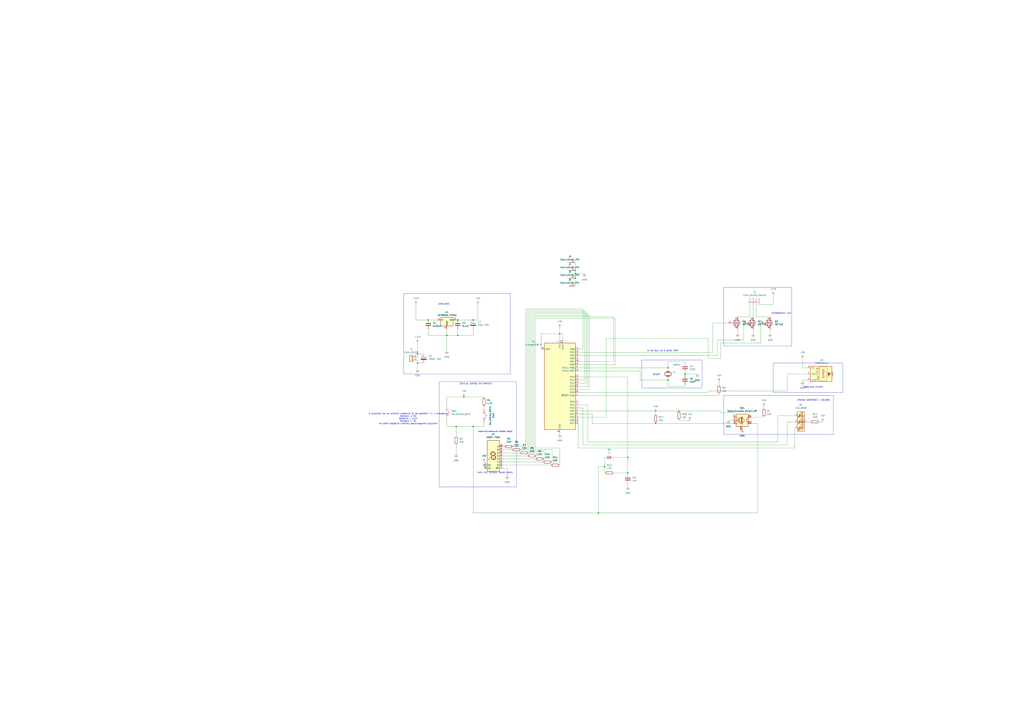
<source format=kicad_sch>
(kicad_sch (version 20231120) (generator "eeschema") (generator_version "8.0")
  (paper "A1")
  (lib_symbols
    (symbol "Connector:Conn_01x01_Pin" (pin_names (offset 1.016) hide)
      (property "Reference" "J" (at 0 2.54 0))
      (property "Value" "Conn_01x01_Pin" (at 0 -2.54 0))
      (symbol "Conn_01x01_Pin_1_1"
        (pin passive line (at 5.08 0 180) (length 3.81) (name "Pin_1") (number "1"))
      )
    )
    (symbol "Connector:Conn_01x04_Socket" (pin_names (offset 1.016) hide)
      (property "Reference" "J" (at 0 5.08 0))
      (property "Value" "Conn_01x04_Socket" (at 0 -7.62 0))
      (symbol "Conn_01x04_Socket_1_1"
        (pin passive line (at -5.08 2.54 0) (length 3.81) (name "Pin_1") (number "1"))
        (pin passive line (at -5.08 0 0) (length 3.81) (name "Pin_2") (number "2"))
        (pin passive line (at -5.08 -2.54 0) (length 3.81) (name "Pin_3") (number "3"))
        (pin passive line (at -5.08 -5.08 0) (length 3.81) (name "Pin_4") (number "4"))
      )
    )
    (symbol "Connector_Generic:Conn_01x02" (pin_names (offset 1.016) hide)
      (property "Reference" "J" (at 0 2.54 0))
      (property "Value" "Conn_01x02" (at 0 -5.08 0))
      (symbol "Conn_01x02_1_1"
        (pin passive line (at -5.08 0 0) (length 3.81) (name "Pin_1") (number "1"))
        (pin passive line (at -5.08 -2.54 0) (length 3.81) (name "Pin_2") (number "2"))
      )
    )
    (symbol "Device:C" (pin_numbers hide) (pin_names (offset 0.254))
      (property "Reference" "C" (at 0.635 2.54 0))
      (property "Value" "C" (at 0.635 -2.54 0))
      (symbol "C_1_1"
        (pin passive line (at 0 3.81 270) (length 2.794) (name "~") (number "1"))
        (pin passive line (at 0 -3.81 90) (length 2.794) (name "~") (number "2"))
      )
    )
    (symbol "Device:C_Polarized" (pin_numbers hide) (pin_names (offset 0.254))
      (property "Reference" "C" (at 0.635 2.54 0))
      (property "Value" "C_Polarized" (at 0.635 -2.54 0))
      (symbol "C_Polarized_1_1"
        (pin passive line (at 0 3.81 270) (length 2.794) (name "~") (number "1"))
        (pin passive line (at 0 -3.81 90) (length 2.794) (name "~") (number "2"))
      )
    )
    (symbol "Device:Crystal" (pin_numbers hide) (pin_names (offset 1.016) hide)
      (property "Reference" "Y" (at 0 3.81 0))
      (property "Value" "Crystal" (at 0 -3.81 0))
      (symbol "Crystal_1_1"
        (pin passive line (at -3.81 0 0) (length 1.27) (name "1") (number "1"))
        (pin passive line (at 3.81 0 180) (length 1.27) (name "2") (number "2"))
      )
    )
    (symbol "Device:D" (pin_numbers hide) (pin_names (offset 1.016) hide)
      (property "Reference" "D" (at 0 2.54 0))
      (property "Value" "D" (at 0 -2.54 0))
      (symbol "D_1_1"
        (pin passive line (at -3.81 0 0) (length 2.54) (name "K") (number "1"))
        (pin passive line (at 3.81 0 180) (length 2.54) (name "A") (number "2"))
      )
    )
    (symbol "Device:LED_ARGB" (pin_names (offset 0) hide)
      (property "Reference" "D" (at 0 9.398 0))
      (property "Value" "LED_ARGB" (at 0 -8.89 0))
      (symbol "LED_ARGB_0_0"
        (text "B" (at -1.905 -6.35 0) (effects (font (size 1.27 1.27))))
        (text "G" (at -1.905 -1.27 0) (effects (font (size 1.27 1.27))))
        (text "R" (at -1.905 3.81 0) (effects (font (size 1.27 1.27))))
      )
      (symbol "LED_ARGB_1_1"
        (pin passive line (at 5.08 0 180) (length 2.54) (name "A") (number "1"))
        (pin passive line (at -5.08 5.08 0) (length 2.54) (name "RK") (number "2"))
        (pin passive line (at -5.08 0 0) (length 2.54) (name "GK") (number "3"))
        (pin passive line (at -5.08 -5.08 0) (length 2.54) (name "BK") (number "4"))
      )
    )
    (symbol "Device:R" (pin_numbers hide) (pin_names (offset 0))
      (property "Reference" "R" (at 2.032 0 90))
      (property "Value" "R" (at 0 0 90))
      (symbol "R_1_1"
        (pin passive line (at 0 3.81 270) (length 1.27) (name "~") (number "1"))
        (pin passive line (at 0 -3.81 90) (length 1.27) (name "~") (number "2"))
      )
    )
    (symbol "Device:RotaryEncoder_Switch_MP" (pin_names (offset 0.254) hide)
      (property "Reference" "SW" (at 0 8.89 0))
      (property "Value" "RotaryEncoder_Switch_MP" (at 0 6.35 0))
      (symbol "RotaryEncoder_Switch_MP_1_1"
        (pin passive line (at -7.62 2.54 0) (length 2.54) (name "A") (number "A"))
        (pin passive line (at -7.62 -2.54 0) (length 2.54) (name "B") (number "B"))
        (pin passive line (at -7.62 0 0) (length 2.54) (name "C") (number "C"))
        (pin passive line (at 0 -7.62 90) (length 2.54) (name "MP") (number "MP"))
        (pin passive line (at 7.62 2.54 180) (length 2.54) (name "S1") (number "S1"))
        (pin passive line (at 7.62 -2.54 180) (length 2.54) (name "S2") (number "S2"))
      )
    )
    (symbol "Display_Character:HDSP-7501"
      (property "Reference" "U" (at -3.81 13.97 0))
      (property "Value" "HDSP-7501" (at 6.35 13.97 0))
      (symbol "HDSP-7501_1_0"
        (text "A" (at 0.254 2.413 0) (effects (font (size 0.508 0.508))))
        (text "B" (at 2.54 1.651 0) (effects (font (size 0.508 0.508))))
        (text "C" (at 2.286 -1.397 0) (effects (font (size 0.508 0.508))))
        (text "D" (at -0.254 -2.159 0) (effects (font (size 0.508 0.508))))
        (text "DP" (at 3.556 -2.921 0) (effects (font (size 0.508 0.508))))
        (text "E" (at -2.54 -1.397 0) (effects (font (size 0.508 0.508))))
        (text "F" (at -2.286 1.651 0) (effects (font (size 0.508 0.508))))
        (text "G" (at 0 0.889 0) (effects (font (size 0.508 0.508))))
      )
      (symbol "HDSP-7501_1_1"
        (pin input line (at 7.62 -7.62 180) (length 2.54) (name "CA") (number "1"))
        (pin input line (at -7.62 7.62 0) (length 2.54) (name "A") (number "10"))
        (pin input line (at -7.62 -5.08 0) (length 2.54) (name "F") (number "2"))
        (pin input line (at -7.62 -7.62 0) (length 2.54) (name "G") (number "3"))
        (pin input line (at -7.62 -2.54 0) (length 2.54) (name "E") (number "4"))
        (pin input line (at -7.62 0 0) (length 2.54) (name "D") (number "5"))
        (pin input line (at 7.62 -10.16 180) (length 2.54) (name "CA") (number "6"))
        (pin input line (at -7.62 -10.16 0) (length 2.54) (name "DP") (number "7"))
        (pin input line (at -7.62 2.54 0) (length 2.54) (name "C") (number "8"))
        (pin input line (at -7.62 5.08 0) (length 2.54) (name "B") (number "9"))
      )
    )
    (symbol "Interface_Optical:TSOP531xx" (pin_names (offset 1.016))
      (property "Reference" "U" (at -10.16 7.62 0))
      (property "Value" "TSOP531xx" (at -10.16 -7.62 0))
      (symbol "TSOP531xx_0_0"
        (text "DEMOD" (at -3.175 0.254 900) (effects (font (size 1.524 1.524))))
      )
      (symbol "TSOP531xx_1_1"
        (pin output line (at 10.16 0 180) (length 2.54) (name "OUT") (number "1"))
        (pin power_in line (at 10.16 -5.08 180) (length 2.54) (name "GND") (number "2"))
        (pin power_in line (at 10.16 5.08 180) (length 2.54) (name "Vs") (number "3"))
      )
    )
    (symbol "MCU_Microchip_ATmega:ATmega328-P"
      (property "Reference" "U" (at -12.7 36.83 0))
      (property "Value" "ATmega328-P" (at 2.54 -36.83 0))
      (symbol "ATmega328-P_1_1"
        (pin bidirectional line (at 15.24 -7.62 180) (length 2.54) (name "~{RESET}/PC6") (number "1"))
        (pin bidirectional line (at 15.24 12.7 180) (length 2.54) (name "XTAL2/PB7") (number "10"))
        (pin bidirectional line (at 15.24 -25.4 180) (length 2.54) (name "PD5") (number "11"))
        (pin bidirectional line (at 15.24 -27.94 180) (length 2.54) (name "PD6") (number "12"))
        (pin bidirectional line (at 15.24 -30.48 180) (length 2.54) (name "PD7") (number "13"))
        (pin bidirectional line (at 15.24 30.48 180) (length 2.54) (name "PB0") (number "14"))
        (pin bidirectional line (at 15.24 27.94 180) (length 2.54) (name "PB1") (number "15"))
        (pin bidirectional line (at 15.24 25.4 180) (length 2.54) (name "PB2") (number "16"))
        (pin bidirectional line (at 15.24 22.86 180) (length 2.54) (name "PB3") (number "17"))
        (pin bidirectional line (at 15.24 20.32 180) (length 2.54) (name "PB4") (number "18"))
        (pin bidirectional line (at 15.24 17.78 180) (length 2.54) (name "PB5") (number "19"))
        (pin bidirectional line (at 15.24 -12.7 180) (length 2.54) (name "PD0") (number "2"))
        (pin power_in line (at 2.54 38.1 270) (length 2.54) (name "AVCC") (number "20"))
        (pin passive line (at -15.24 30.48 0) (length 2.54) (name "AREF") (number "21"))
        (pin passive line (at 0 -38.1 90) (length 2.54) hide (name "GND") (number "22"))
        (pin bidirectional line (at 15.24 7.62 180) (length 2.54) (name "PC0") (number "23"))
        (pin bidirectional line (at 15.24 5.08 180) (length 2.54) (name "PC1") (number "24"))
        (pin bidirectional line (at 15.24 2.54 180) (length 2.54) (name "PC2") (number "25"))
        (pin bidirectional line (at 15.24 0 180) (length 2.54) (name "PC3") (number "26"))
        (pin bidirectional line (at 15.24 -2.54 180) (length 2.54) (name "PC4") (number "27"))
        (pin bidirectional line (at 15.24 -5.08 180) (length 2.54) (name "PC5") (number "28"))
        (pin bidirectional line (at 15.24 -15.24 180) (length 2.54) (name "PD1") (number "3"))
        (pin bidirectional line (at 15.24 -17.78 180) (length 2.54) (name "PD2") (number "4"))
        (pin bidirectional line (at 15.24 -20.32 180) (length 2.54) (name "PD3") (number "5"))
        (pin bidirectional line (at 15.24 -22.86 180) (length 2.54) (name "PD4") (number "6"))
        (pin power_in line (at 0 38.1 270) (length 2.54) (name "VCC") (number "7"))
        (pin power_in line (at 0 -38.1 90) (length 2.54) (name "GND") (number "8"))
        (pin bidirectional line (at 15.24 15.24 180) (length 2.54) (name "XTAL1/PB6") (number "9"))
      )
    )
    (symbol "Regulator_Linear:LM78M05_TO252" (pin_names (offset 0.254))
      (property "Reference" "U" (at -3.81 3.175 0))
      (property "Value" "LM78M05_TO252" (at 0 3.175 0))
      (symbol "LM78M05_TO252_1_1"
        (pin power_in line (at -7.62 0 0) (length 2.54) (name "VI") (number "1"))
        (pin power_in line (at 0 -7.62 90) (length 2.54) (name "GND") (number "2"))
        (pin power_out line (at 7.62 0 180) (length 2.54) (name "VO") (number "3"))
      )
    )
    (symbol "Switch:SW_Omron_B3FS" (pin_numbers hide) (pin_names (offset 1.016) hide)
      (property "Reference" "SW" (at 1.27 2.54 0))
      (property "Value" "SW_Omron_B3FS" (at 0 -1.524 0))
      (symbol "SW_Omron_B3FS_0_1"
        (pin passive line (at -5.08 0 0) (length 2.54) (name "1") (number "1"))
        (pin passive line (at 5.08 0 180) (length 2.54) (name "2") (number "2"))
      )
    )
    (symbol "Transistor_FET:IRF740" (pin_names hide)
      (property "Reference" "Q" (at 5.08 1.905 0))
      (property "Value" "IRF740" (at 5.08 0 0))
      (symbol "IRF740_1_1"
        (pin input line (at -5.08 0 0) (length 2.54) (name "G") (number "1"))
        (pin passive line (at 2.54 5.08 270) (length 2.54) (name "D") (number "2"))
        (pin passive line (at 2.54 -5.08 90) (length 2.54) (name "S") (number "3"))
      )
    )
    (symbol "power:+12V" (power) (pin_numbers hide) (pin_names (offset 0) hide)
      (property "Value" "+12V" (at 0 3.556 0))
      (symbol "+12V_1_1"
        (pin power_in line (at 0 0 90) (length 0) (name "~") (number "1"))
      )
    )
    (symbol "power:+5V" (power) (pin_numbers hide) (pin_names (offset 0) hide)
      (property "Value" "+5V" (at 0 3.556 0))
      (symbol "+5V_1_1"
        (pin power_in line (at 0 0 90) (length 0) (name "~") (number "1"))
      )
    )
    (symbol "power:GND" (power) (pin_numbers hide) (pin_names (offset 0) hide)
      (property "Value" "GND" (at 0 -3.81 0))
      (symbol "GND_1_1"
        (pin power_in line (at 0 0 270) (length 0) (name "~") (number "1"))
      )
    )
  )
  (junction (at 472.44 228.6))
  (junction (at 496.57 383.54))
  (junction (at 397.51 382.27))
  (junction (at 342.9 290.83))
  (junction (at 459.74 274.32))
  (junction (at 388.62 262.89))
  (junction (at 491.49 421.64))
  (junction (at 351.79 262.89))
  (junction (at 538.48 347.98))
  (junction (at 472.44 222.25))
  (junction (at 381 326.39))
  (junction (at 374.65 350.52))
  (junction (at 548.64 302.26))
  (junction (at 515.62 388.62))
  (junction (at 375.92 262.89))
  (junction (at 388.62 350.52))
  (junction (at 557.53 337.82))
  (junction (at 472.44 224.79))
  (junction (at 515.62 375.92))
  (junction (at 375.92 275.59))
  (junction (at 342.9 298.45))
  (junction (at 548.64 312.42))
  (junction (at 562.61 307.34))
  (junction (at 367.03 275.59))
  (wire (pts (xy 462.28 274.32) (xy 459.74 274.32)))
  (wire (pts (xy 351.79 275.59) (xy 367.03 275.59)))
  (wire (pts (xy 439.42 261.62) (xy 505.46 261.62)))
  (wire (pts (xy 452.12 382.27) (xy 412.75 382.27)))
  (wire (pts (xy 585.47 265.43) (xy 585.47 289.56)))
  (wire (pts (xy 474.98 325.12) (xy 590.55 325.12)))
  (wire (pts (xy 342.9 303.53) (xy 342.9 298.45)))
  (wire (pts (xy 478.79 254) (xy 478.79 287.02)))
  (wire (pts (xy 351.79 270.51) (xy 351.79 275.59)))
  (wire (pts (xy 388.62 421.64) (xy 491.49 421.64)))
  (wire (pts (xy 431.8 367.03) (xy 431.8 254)))
  (wire (pts (xy 459.74 269.24) (xy 459.74 274.32)))
  (wire (pts (xy 659.13 312.42) (xy 662.94 312.42)))
  (wire (pts (xy 496.57 383.54) (xy 491.49 383.54)))
  (wire (pts (xy 673.1 346.71) (xy 675.64 346.71)))
  (wire (pts (xy 610.87 279.4) (xy 610.87 265.43)))
  (wire (pts (xy 646.43 365.76) (xy 478.79 365.76)))
  (wire (pts (xy 367.03 270.51) (xy 367.03 275.59)))
  (wire (pts (xy 440.69 372.11) (xy 435.61 372.11)))
  (wire (pts (xy 590.55 323.85) (xy 590.55 325.12)))
  (wire (pts (xy 481.33 314.96) (xy 474.98 314.96)))
  (wire (pts (xy 474.98 337.82) (xy 557.53 337.82)))
  (wire (pts (xy 472.44 222.25) (xy 472.44 224.79)))
  (wire (pts (xy 548.64 317.5) (xy 562.61 317.5)))
  (wire (pts (xy 486.41 340.36) (xy 474.98 340.36)))
  (wire (pts (xy 472.44 215.9) (xy 472.44 222.25)))
  (wire (pts (xy 585.47 265.43) (xy 598.17 265.43)))
  (wire (pts (xy 367.03 326.39) (xy 381 326.39)))
  (wire (pts (xy 438.15 369.57) (xy 453.39 369.57)))
  (wire (pts (xy 480.06 312.42) (xy 474.98 312.42)))
  (wire (pts (xy 397.51 382.27) (xy 397.51 384.81)))
  (wire (pts (xy 426.72 372.11) (xy 412.75 372.11)))
  (wire (pts (xy 342.9 298.45) (xy 347.98 298.45)))
  (wire (pts (xy 618.49 274.32) (xy 618.49 270.51)))
  (wire (pts (xy 397.51 334.01) (xy 397.51 336.55)))
  (wire (pts (xy 665.48 346.71) (xy 662.94 346.71)))
  (wire (pts (xy 525.78 312.42) (xy 548.64 312.42)))
  (wire (pts (xy 581.66 321.31) (xy 646.43 321.31)))
  (wire (pts (xy 557.53 345.44) (xy 566.42 345.44)))
  (wire (pts (xy 474.98 309.88) (xy 515.62 309.88)))
  (wire (pts (xy 617.22 347.98) (xy 622.3 347.98)))
  (wire (pts (xy 392.43 250.19) (xy 392.43 262.89)))
  (wire (pts (xy 562.61 308.61) (xy 562.61 307.34)))
  (wire (pts (xy 474.98 368.3) (xy 474.98 347.98)))
  (wire (pts (xy 548.64 311.15) (xy 548.64 312.42)))
  (wire (pts (xy 617.22 342.9) (xy 627.38 342.9)))
  (wire (pts (xy 482.6 363.22) (xy 482.6 332.74)))
  (wire (pts (xy 646.43 307.34) (xy 662.94 307.34)))
  (wire (pts (xy 440.69 374.65) (xy 440.69 372.11)))
  (wire (pts (xy 591.82 337.82) (xy 557.53 337.82)))
  (wire (pts (xy 433.07 374.65) (xy 412.75 374.65)))
  (wire (pts (xy 434.34 256.54) (xy 481.33 256.54)))
  (wire (pts (xy 459.74 274.32) (xy 459.74 279.4)))
  (wire (pts (xy 388.62 350.52) (xy 374.65 350.52)))
  (wire (pts (xy 646.43 346.71) (xy 646.43 365.76)))
  (wire (pts (xy 621.03 260.35) (xy 621.03 250.19)))
  (wire (pts (xy 562.61 307.34) (xy 572.77 307.34)))
  (wire (pts (xy 548.64 297.18) (xy 562.61 297.18)))
  (wire (pts (xy 632.46 274.32) (xy 632.46 270.51)))
  (wire (pts (xy 474.98 302.26) (xy 548.64 302.26)))
  (wire (pts (xy 342.9 298.45) (xy 342.9 295.91)))
  (wire (pts (xy 374.65 373.38) (xy 374.65 365.76)))
  (wire (pts (xy 548.64 297.18) (xy 548.64 302.26)))
  (wire (pts (xy 367.03 344.17) (xy 367.03 350.52)))
  (wire (pts (xy 590.55 313.69) (xy 590.55 316.23)))
  (wire (pts (xy 515.62 389.89) (xy 515.62 388.62)))
  (wire (pts (xy 605.79 260.35) (xy 615.95 260.35)))
  (wire (pts (xy 482.6 332.74) (xy 474.98 332.74)))
  (wire (pts (xy 646.43 307.34) (xy 646.43 321.31)))
  (wire (pts (xy 421.64 367.03) (xy 431.8 367.03)))
  (wire (pts (xy 659.13 294.64) (xy 659.13 302.26)))
  (wire (pts (xy 435.61 257.81) (xy 482.6 257.81)))
  (wire (pts (xy 436.88 259.08) (xy 483.87 259.08)))
  (wire (pts (xy 375.92 275.59) (xy 375.92 270.51)))
  (wire (pts (xy 397.51 350.52) (xy 388.62 350.52)))
  (wire (pts (xy 439.42 377.19) (xy 412.75 377.19)))
  (wire (pts (xy 591.82 281.94) (xy 624.84 281.94)))
  (wire (pts (xy 491.49 383.54) (xy 491.49 421.64)))
  (wire (pts (xy 459.74 355.6) (xy 459.74 356.87)))
  (wire (pts (xy 478.79 287.02) (xy 474.98 287.02)))
  (wire (pts (xy 416.56 391.16) (xy 416.56 384.81)))
  (wire (pts (xy 486.41 347.98) (xy 486.41 340.36)))
  (wire (pts (xy 591.82 294.64) (xy 591.82 281.94)))
  (wire (pts (xy 438.15 260.35) (xy 438.15 369.57)))
  (wire (pts (xy 497.84 278.13) (xy 581.66 278.13)))
  (wire (pts (xy 341.63 250.19) (xy 341.63 262.89)))
  (wire (pts (xy 581.66 294.64) (xy 591.82 294.64)))
  (wire (pts (xy 388.62 421.64) (xy 388.62 350.52)))
  (wire (pts (xy 439.42 368.3) (xy 459.74 368.3)))
  (wire (pts (xy 381 326.39) (xy 397.51 326.39)))
  (wire (pts (xy 548.64 312.42) (xy 548.64 317.5)))
  (wire (pts (xy 367.03 275.59) (xy 375.92 275.59)))
  (wire (pts (xy 623.57 250.19) (xy 635 250.19)))
  (wire (pts (xy 397.51 346.71) (xy 397.51 350.52)))
  (wire (pts (xy 436.88 370.84) (xy 447.04 370.84)))
  (wire (pts (xy 367.03 350.52) (xy 374.65 350.52)))
  (wire (pts (xy 482.6 363.22) (xy 638.81 363.22)))
  (wire (pts (xy 397.51 379.73) (xy 397.51 382.27)))
  (wire (pts (xy 433.07 369.57) (xy 433.07 255.27)))
  (wire (pts (xy 342.9 290.83) (xy 347.98 290.83)))
  (wire (pts (xy 342.9 290.83) (xy 342.9 293.37)))
  (wire (pts (xy 480.06 255.27) (xy 480.06 312.42)))
  (wire (pts (xy 445.77 379.73) (xy 412.75 379.73)))
  (wire (pts (xy 618.49 250.19) (xy 618.49 260.35)))
  (wire (pts (xy 601.98 339.09) (xy 601.98 342.9)))
  (wire (pts (xy 482.6 257.81) (xy 482.6 317.5)))
  (wire (pts (xy 589.28 279.4) (xy 610.87 279.4)))
  (wire (pts (xy 427.99 369.57) (xy 433.07 369.57)))
  (wire (pts (xy 474.98 304.8) (xy 525.78 304.8)))
  (wire (pts (xy 367.03 275.59) (xy 367.03 288.29)))
  (wire (pts (xy 412.75 367.03) (xy 414.02 367.03)))
  (wire (pts (xy 474.98 289.56) (xy 585.47 289.56)))
  (wire (pts (xy 375.92 275.59) (xy 388.62 275.59)))
  (wire (pts (xy 624.84 281.94) (xy 624.84 265.43)))
  (wire (pts (xy 444.5 274.32) (xy 459.74 274.32)))
  (wire (pts (xy 342.9 281.94) (xy 342.9 290.83)))
  (wire (pts (xy 444.5 287.02) (xy 444.5 274.32)))
  (wire (pts (xy 435.61 257.81) (xy 435.61 372.11)))
  (wire (pts (xy 367.03 334.01) (xy 367.03 326.39)))
  (wire (pts (xy 434.34 372.11) (xy 434.34 256.54)))
  (wire (pts (xy 388.62 262.89) (xy 392.43 262.89)))
  (wire (pts (xy 515.62 400.05) (xy 515.62 397.51)))
  (wire (pts (xy 472.44 224.79) (xy 480.06 224.79)))
  (wire (pts (xy 472.44 228.6) (xy 472.44 234.95)))
  (wire (pts (xy 482.6 317.5) (xy 474.98 317.5)))
  (wire (pts (xy 605.79 274.32) (xy 605.79 270.51)))
  (wire (pts (xy 416.56 384.81) (xy 412.75 384.81)))
  (wire (pts (xy 388.62 270.51) (xy 388.62 275.59)))
  (wire (pts (xy 548.64 302.26) (xy 548.64 303.53)))
  (wire (pts (xy 615.95 260.35) (xy 615.95 250.19)))
  (wire (pts (xy 431.8 254) (xy 478.79 254)))
  (wire (pts (xy 538.48 339.09) (xy 538.48 340.36)))
  (wire (pts (xy 447.04 370.84) (xy 447.04 377.19)))
  (wire (pts (xy 433.07 255.27) (xy 480.06 255.27)))
  (wire (pts (xy 420.37 369.57) (xy 412.75 369.57)))
  (wire (pts (xy 504.19 297.18) (xy 474.98 297.18)))
  (wire (pts (xy 474.98 342.9) (xy 497.84 342.9)))
  (wire (pts (xy 438.15 260.35) (xy 504.19 260.35)))
  (wire (pts (xy 515.62 375.92) (xy 515.62 309.88)))
  (wire (pts (xy 622.3 347.98) (xy 622.3 421.64)))
  (wire (pts (xy 562.61 297.18) (xy 562.61 298.45)))
  (wire (pts (xy 601.98 347.98) (xy 538.48 347.98)))
  (wire (pts (xy 474.98 368.3) (xy 652.78 368.3)))
  (wire (pts (xy 459.74 368.3) (xy 459.74 382.27)))
  (wire (pts (xy 496.57 383.54) (xy 496.57 388.62)))
  (wire (pts (xy 483.87 259.08) (xy 483.87 320.04)))
  (wire (pts (xy 638.81 341.63) (xy 652.78 341.63)))
  (wire (pts (xy 478.79 335.28) (xy 474.98 335.28)))
  (wire (pts (xy 515.62 375.92) (xy 504.19 375.92)))
  (wire (pts (xy 505.46 261.62) (xy 505.46 299.72)))
  (wire (pts (xy 496.57 375.92) (xy 496.57 383.54)))
  (wire (pts (xy 659.13 302.26) (xy 662.94 302.26)))
  (wire (pts (xy 505.46 299.72) (xy 474.98 299.72)))
  (wire (pts (xy 439.42 261.62) (xy 439.42 368.3)))
  (wire (pts (xy 462.28 279.4) (xy 462.28 274.32)))
  (wire (pts (xy 627.38 335.28) (xy 627.38 334.01)))
  (wire (pts (xy 375.92 262.89) (xy 388.62 262.89)))
  (wire (pts (xy 478.79 335.28) (xy 478.79 365.76)))
  (wire (pts (xy 638.81 363.22) (xy 638.81 341.63)))
  (wire (pts (xy 562.61 317.5) (xy 562.61 316.23)))
  (wire (pts (xy 483.87 320.04) (xy 474.98 320.04)))
  (wire (pts (xy 504.19 388.62) (xy 515.62 388.62)))
  (wire (pts (xy 538.48 347.98) (xy 486.41 347.98)))
  (wire (pts (xy 562.61 306.07) (xy 562.61 307.34)))
  (wire (pts (xy 341.63 262.89) (xy 351.79 262.89)))
  (wire (pts (xy 453.39 369.57) (xy 453.39 379.73)))
  (wire (pts (xy 591.82 339.09) (xy 601.98 339.09)))
  (wire (pts (xy 515.62 375.92) (xy 515.62 388.62)))
  (wire (pts (xy 589.28 292.1) (xy 589.28 279.4)))
  (wire (pts (xy 646.43 346.71) (xy 652.78 346.71)))
  (wire (pts (xy 351.79 262.89) (xy 359.41 262.89)))
  (wire (pts (xy 491.49 421.64) (xy 622.3 421.64)))
  (wire (pts (xy 472.44 224.79) (xy 472.44 228.6)))
  (wire (pts (xy 591.82 337.82) (xy 591.82 339.09)))
  (wire (pts (xy 598.17 345.44) (xy 601.98 345.44)))
  (wire (pts (xy 581.66 322.58) (xy 474.98 322.58)))
  (wire (pts (xy 374.65 350.52) (xy 374.65 358.14)))
  (wire (pts (xy 632.46 260.35) (xy 621.03 260.35)))
  (wire (pts (xy 497.84 342.9) (xy 497.84 278.13)))
  (wire (pts (xy 481.33 256.54) (xy 481.33 314.96)))
  (wire (pts (xy 652.78 368.3) (xy 652.78 351.79)))
  (wire (pts (xy 474.98 292.1) (xy 589.28 292.1)))
  (wire (pts (xy 635 242.57) (xy 635 250.19)))
  (wire (pts (xy 374.65 262.89) (xy 375.92 262.89)))
  (wire (pts (xy 581.66 321.31) (xy 581.66 322.58)))
  (wire (pts (xy 525.78 312.42) (xy 525.78 304.8)))
  (wire (pts (xy 504.19 260.35) (xy 504.19 297.18)))
  (wire (pts (xy 581.66 278.13) (xy 581.66 294.64)))
  (wire (pts (xy 436.88 259.08) (xy 436.88 370.84)))
  (wire (pts (xy 659.13 312.42) (xy 659.13 313.69)))
  (rectangle (start 527.05 295.91) (end 576.58 318.77))
  (rectangle (start 635 298.45) (end 692.15 322.58))
  (rectangle (start 594.36 325.12) (end 684.53 356.87))
  (rectangle (start 331.47 241.3) (end 419.1 307.34))
  (rectangle (start 594.36 236.22) (end 650.24 284.48))
  (rectangle (start 360.68 313.69) (end 424.18 400.05))
  (text "STEROWANIE LED" (at 641.604 257.556 0) (effects (font (size 1.27 1.27))))
  (text "3 przyciski sa na dzielnik napiecia (2 od pamieci i 1 z enkodera)\nButton1 = 5V\nButton2 = 3,4V\nButtonE = 2V\nna takie napiecia zrobimy poszczegolne przycsiki" (at 335.28 344.17 0) (effects (font (size 1.27 1.27))))
  (text "G ma byc na 5 pinie PWM" (at 544.322 288.29 0) (effects (font (size 1.27 1.27))))
  (text "ZEGAR" (at 538.988 307.848 0) (effects (font (size 1.27 1.27))))
  (text "SEKCJA ZAPISU DO PAMIECI" (at 390.906 315.468 0) (effects (font (size 1.27 1.27))))
  (text "WYSWIETLACZ OKRESLAJACY KOMORKE PAMIĘCI" (at 406.908 354.838 0) (effects (font (size 0.8 0.8))))
  (text "ZASILANIE" (at 364.49 249.936 0) (effects (font (size 1.27 1.27))))
  (text "OBSŁUGA PILOTA" (at 668.02 318.262 0) (effects (font (size 1.27 1.27))))
  (text "ZMIANA WARTOSCI I KOLORU" (at 668.274 328.93 0) (effects (font (size 1.27 1.27))))
  (text "nwm czy rozstaw nozek dobry\n" (at 406.654 388.366 0) (effects (font (size 1.27 1.27))))
  (symbol (lib_id "power:GND") (at 659.13 313.69 0) (unit 1)
    (property "Reference" "#PWR021" (effects (hide yes)))
    (property "Value" "GND" (at 659.13 318.77 0))
    (property "Description" "Power symbol creates a global label with name \"GND\" , ground" (effects (hide yes)))
  )
  (symbol (lib_id "Connector:Conn_01x01_Pin") (at 467.36 215.9 0) (unit 1)
    (property "Reference" "J3" (at 467.995 210.82 0))
    (property "Value" "Conn_01x01_Pin" (at 467.995 213.36 0))
    (property "Footprint" "Connector_Wire:SolderWire-2.5sqmm_1x01_D2.4mm_OD3.6mm" (effects (hide yes)))
    (property "Description" "Generic connector, single row, 01x01, script generated" (effects (hide yes)))
  )
  (symbol (lib_id "power:+5V") (at 459.74 269.24 0) (unit 1)
    (property "Reference" "#PWR07" (effects (hide yes)))
    (property "Value" "+5V" (at 459.74 264.16 0))
    (property "Description" "Power symbol creates a global label with name \"+5V\"" (effects (hide yes)))
  )
  (symbol (lib_id "Device:R") (at 557.53 341.63 180) (unit 1)
    (property "Reference" "R18" (at 560.07 340.3599 0) (effects (justify right)))
    (property "Value" "10k" (at 560.07 342.8999 0) (effects (justify right)))
    (property "Footprint" "Resistor_SMD:R_0805_2012Metric_Pad1.20x1.40mm_HandSolder" (effects (hide yes)))
    (property "Description" "Resistor" (effects (hide yes)))
  )
  (symbol (lib_id "Connector:Conn_01x01_Pin") (at 467.36 234.95 0) (unit 1)
    (property "Reference" "J6" (at 467.995 229.87 0))
    (property "Value" "Conn_01x01_Pin" (at 467.995 232.41 0))
    (property "Footprint" "Connector_Wire:SolderWire-2.5sqmm_1x01_D2.4mm_OD3.6mm" (effects (hide yes)))
    (property "Description" "Generic connector, single row, 01x01, script generated" (effects (hide yes)))
  )
  (symbol (lib_id "power:GND") (at 605.79 274.32 0) (unit 1)
    (property "Reference" "#PWR012" (effects (hide yes)))
    (property "Value" "GND" (at 605.79 279.4 0))
    (property "Description" "Power symbol creates a global label with name \"GND\" , ground" (effects (hide yes)))
  )
  (symbol (lib_id "Interface_Optical:TSOP531xx") (at 673.1 307.34 0) (mirror y) (unit 1)
    (property "Reference" "U5" (at 674.835 295.91 0))
    (property "Value" "TSOP531xx" (at 674.835 298.45 0))
    (property "Footprint" "OptoDevice:Vishay_MINIMOLD-3Pin" (effects (hide yes)))
    (property "Datasheet" "http://www.vishay.com/docs/82745/tsop531.pdf" (effects (hide yes)))
    (property "Description" "IR Receiver Modules for Remote Control Systems" (effects (hide yes)))
  )
  (symbol (lib_id "Switch:SW_Omron_B3FS") (at 397.51 341.63 270) (unit 1)
    (property "Reference" "SW3" (at 405.13 341.63 0))
    (property "Value" "SW_Omron_B3FS" (at 402.59 341.63 0))
    (property "Footprint" "Button_Switch_SMD:SW_SPST_Omron_B3FS-100xP" (effects (hide yes)))
    (property "Datasheet" "https://omronfs.omron.com/en_US/ecb/products/pdf/en-b3fs.pdf" (effects (hide yes)))
    (property "Description" "Omron B3FS 6x6mm single pole normally-open tactile switch" (effects (hide yes)))
  )
  (symbol (lib_id "Switch:SW_Omron_B3FS") (at 367.03 339.09 270) (unit 1)
    (property "Reference" "SW2" (at 370.84 337.8199 90) (effects (justify left)))
    (property "Value" "SW_Omron_B3FS" (at 370.84 340.3599 90) (effects (justify left)))
    (property "Footprint" "Button_Switch_SMD:SW_SPST_Omron_B3FS-100xP" (effects (hide yes)))
    (property "Datasheet" "https://omronfs.omron.com/en_US/ecb/products/pdf/en-b3fs.pdf" (effects (hide yes)))
    (property "Description" "Omron B3FS 6x6mm single pole normally-open tactile switch" (effects (hide yes)))
  )
  (symbol (lib_id "Device:R") (at 424.18 369.57 90) (unit 1)
    (property "Reference" "R6" (at 424.18 363.22 90))
    (property "Value" "220" (at 424.18 365.76 90))
    (property "Footprint" "Resistor_SMD:R_0805_2012Metric_Pad1.20x1.40mm_HandSolder" (effects (hide yes)))
    (property "Description" "Resistor" (effects (hide yes)))
  )
  (symbol (lib_id "power:+5V") (at 381 326.39 0) (unit 1)
    (property "Reference" "#PWR010" (effects (hide yes)))
    (property "Value" "+5V" (at 381 321.31 0))
    (property "Description" "Power symbol creates a global label with name \"+5V\"" (effects (hide yes)))
  )
  (symbol (lib_id "Device:R") (at 397.51 330.2 0) (unit 1)
    (property "Reference" "R4" (at 400.05 328.9299 0) (effects (justify left)))
    (property "Value" "4,7k" (at 400.05 331.4699 0) (effects (justify left)))
    (property "Footprint" "Resistor_SMD:R_0805_2012Metric_Pad1.20x1.40mm_HandSolder" (effects (hide yes)))
    (property "Description" "Resistor" (effects (hide yes)))
  )
  (symbol (lib_id "power:GND") (at 416.56 391.16 0) (unit 1)
    (property "Reference" "#PWR026" (effects (hide yes)))
    (property "Value" "GND" (at 416.56 396.24 0))
    (property "Description" "Power symbol creates a global label with name \"GND\" , ground" (effects (hide yes)))
  )
  (symbol (lib_id "Device:C_Polarized") (at 347.98 294.64 0) (unit 1)
    (property "Reference" "C3" (at 351.79 292.4809 0) (effects (justify left)))
    (property "Value" "100uF 25V" (at 351.79 295.0209 0) (effects (justify left)))
    (property "Footprint" "Capacitor_THT:CP_Radial_D5.0mm_P2.50mm" (effects (hide yes)))
    (property "Description" "Polarized capacitor" (effects (hide yes)))
  )
  (symbol (lib_id "Device:Crystal") (at 548.64 307.34 90) (unit 1)
    (property "Reference" "Y1" (at 552.45 306.0699 90) (effects (justify right)))
    (property "Value" "16MHz" (at 552.45 299.7199 90) (effects (justify right)))
    (property "Footprint" "Crystal:Crystal_SMD_HC49-SD" (effects (hide yes)))
    (property "Description" "Two pin crystal" (effects (hide yes)))
  )
  (symbol (lib_id "power:GND") (at 342.9 303.53 0) (unit 1)
    (property "Reference" "#PWR05" (effects (hide yes)))
    (property "Value" "GND" (at 342.9 308.61 0))
    (property "Description" "Power symbol creates a global label with name \"GND\" , ground" (effects (hide yes)))
  )
  (symbol (lib_id "Device:R") (at 443.23 377.19 90) (unit 1)
    (property "Reference" "R9" (at 443.23 370.84 90))
    (property "Value" "220" (at 443.23 373.38 90))
    (property "Footprint" "Resistor_SMD:R_0805_2012Metric_Pad1.20x1.40mm_HandSolder" (effects (hide yes)))
    (property "Description" "Resistor" (effects (hide yes)))
  )
  (symbol (lib_id "Connector:Conn_01x01_Pin") (at 467.36 222.25 0) (unit 1)
    (property "Reference" "J4" (at 467.995 217.17 0))
    (property "Value" "Conn_01x01_Pin" (at 467.995 219.71 0))
    (property "Footprint" "Connector_Wire:SolderWire-2.5sqmm_1x01_D2.4mm_OD3.6mm" (effects (hide yes)))
    (property "Description" "Generic connector, single row, 01x01, script generated" (effects (hide yes)))
  )
  (symbol (lib_id "Display_Character:HDSP-7501") (at 405.13 374.65 0) (mirror y) (unit 1)
    (property "Reference" "U4" (at 405.13 356.87 0))
    (property "Value" "HDSP-7501" (at 405.13 359.41 0))
    (property "Footprint" "Display_7Segment:HDSP-A151" (effects (hide yes)))
    (property "Datasheet" "https://docs.broadcom.com/docs/AV02-2553EN" (effects (hide yes)))
    (property "Description" "One digit 7 segment high efficiency red, common anode" (effects (hide yes)))
  )
  (symbol (lib_id "power:GND") (at 515.62 400.05 0) (unit 1)
    (property "Reference" "#PWR030" (effects (hide yes)))
    (property "Value" "GND" (at 515.62 405.13 0))
    (property "Description" "Power symbol creates a global label with name \"GND\" , ground" (effects (hide yes)))
  )
  (symbol (lib_id "Connector_Generic:Conn_01x02") (at 337.82 295.91 180) (unit 1)
    (property "Reference" "J1" (at 337.82 287.02 0))
    (property "Value" "Conn_01x02" (at 337.82 289.56 0))
    (property "Footprint" "Connector_Wire:SolderWire-0.75sqmm_1x02_P7mm_D1.25mm_OD3.5mm" (effects (hide yes)))
    (property "Description" "Generic connector, single row, 01x02, script generated (kicad-library-utils/schlib/autogen/connector/)" (effects (hide yes)))
  )
  (symbol (lib_id "Device:R") (at 430.53 372.11 90) (unit 1)
    (property "Reference" "R7" (at 430.53 365.76 90))
    (property "Value" "220" (at 430.53 368.3 90))
    (property "Footprint" "Resistor_SMD:R_0805_2012Metric_Pad1.20x1.40mm_HandSolder" (effects (hide yes)))
    (property "Description" "Resistor" (effects (hide yes)))
  )
  (symbol (lib_id "Connector:Conn_01x04_Socket") (at 618.49 245.11 90) (unit 1)
    (property "Reference" "J2" (at 619.76 240.03 90))
    (property "Value" "Conn_01x04_Socket" (at 619.76 242.57 90))
    (property "Footprint" "Connector_Wire:SolderWire-0.25sqmm_1x04_P4.5mm_D0.65mm_OD2mm" (effects (hide yes)))
    (property "Description" "Generic connector, single row, 01x04, script generated" (effects (hide yes)))
  )
  (symbol (lib_id "power:GND") (at 374.65 373.38 0) (unit 1)
    (property "Reference" "#PWR011" (effects (hide yes)))
    (property "Value" "GND" (at 374.65 378.46 0))
    (property "Description" "Power symbol creates a global label with name \"GND\" , ground" (effects (hide yes)))
  )
  (symbol (lib_id "power:+5V") (at 590.55 313.69 0) (unit 1)
    (property "Reference" "#PWR09" (effects (hide yes)))
    (property "Value" "+5V" (at 590.55 308.61 0))
    (property "Description" "Power symbol creates a global label with name \"+5V\"" (effects (hide yes)))
  )
  (symbol (lib_id "Device:R") (at 627.38 339.09 0) (unit 1)
    (property "Reference" "R1" (at 629.92 337.8199 0) (effects (justify left)))
    (property "Value" "15k" (at 629.92 340.3599 0) (effects (justify left)))
    (property "Footprint" "Resistor_SMD:R_0805_2012Metric_Pad1.20x1.40mm_HandSolder" (effects (hide yes)))
    (property "Description" "Resistor" (effects (hide yes)))
  )
  (symbol (lib_id "Device:C_Polarized") (at 388.62 266.7 0) (unit 1)
    (property "Reference" "C7" (at 392.43 264.5409 0) (effects (justify left)))
    (property "Value" "10uF 25V" (at 392.43 267.0809 0) (effects (justify left)))
    (property "Footprint" "Capacitor_THT:CP_Radial_D5.0mm_P2.50mm" (effects (hide yes)))
    (property "Description" "Polarized capacitor" (effects (hide yes)))
  )
  (symbol (lib_id "power:GND") (at 598.17 345.44 0) (unit 1)
    (property "Reference" "#PWR015" (effects (hide yes)))
    (property "Value" "GND" (at 598.17 350.52 0))
    (property "Description" "Power symbol creates a global label with name \"GND\" , ground" (effects (hide yes)))
  )
  (symbol (lib_id "power:+5V") (at 397.51 379.73 0) (unit 1)
    (property "Reference" "#PWR022" (effects (hide yes)))
    (property "Value" "+5V" (at 397.51 374.65 0))
    (property "Description" "Power symbol creates a global label with name \"+5V\"" (effects (hide yes)))
  )
  (symbol (lib_id "Device:C") (at 351.79 266.7 0) (unit 1)
    (property "Reference" "C1" (at 355.6 265.4299 0) (effects (justify left)))
    (property "Value" "0.33uF" (at 355.6 267.9699 0) (effects (justify left)))
    (property "Footprint" "Capacitor_SMD:C_1206_3216Metric_Pad1.33x1.80mm_HandSolder" (effects (hide yes)))
    (property "Description" "Unpolarized capacitor" (effects (hide yes)))
  )
  (symbol (lib_id "power:+5V") (at 392.43 250.19 0) (unit 1)
    (property "Reference" "#PWR01" (effects (hide yes)))
    (property "Value" "+5V" (at 392.43 245.11 0))
    (property "Description" "Power symbol creates a global label with name \"+5V\"" (effects (hide yes)))
  )
  (symbol (lib_id "power:+5V") (at 675.64 346.71 0) (unit 1)
    (property "Reference" "#PWR019" (effects (hide yes)))
    (property "Value" "+5V" (at 675.64 341.63 0))
    (property "Description" "Power symbol creates a global label with name \"+5V\"" (effects (hide yes)))
  )
  (symbol (lib_id "Device:R") (at 669.29 346.71 90) (unit 1)
    (property "Reference" "R12" (at 669.29 340.36 90))
    (property "Value" "220" (at 669.29 342.9 90))
    (property "Footprint" "Resistor_SMD:R_0805_2012Metric_Pad1.20x1.40mm_HandSolder" (effects (hide yes)))
    (property "Description" "Resistor" (effects (hide yes)))
  )
  (symbol (lib_id "power:GND") (at 609.6 353.06 0) (unit 1)
    (property "Reference" "#PWR025" (effects (hide yes)))
    (property "Value" "GND" (at 609.6 358.14 0))
    (property "Description" "Power symbol creates a global label with name \"GND\" , ground" (effects (hide yes)))
  )
  (symbol (lib_id "power:GND") (at 480.06 224.79 0) (unit 1)
    (property "Reference" "#PWR016" (effects (hide yes)))
    (property "Value" "GND" (at 480.06 229.87 0))
    (property "Description" "Power symbol creates a global label with name \"GND\" , ground" (effects (hide yes)))
  )
  (symbol (lib_id "Device:C") (at 515.62 393.7 0) (unit 1)
    (property "Reference" "C6" (at 519.43 392.4299 0) (effects (justify left)))
    (property "Value" "1uF" (at 519.43 394.9699 0) (effects (justify left)))
    (property "Footprint" "Capacitor_SMD:C_1206_3216Metric_Pad1.33x1.80mm_HandSolder" (effects (hide yes)))
    (property "Description" "Unpolarized capacitor" (effects (hide yes)))
  )
  (symbol (lib_id "power:+5V") (at 566.42 345.44 0) (unit 1)
    (property "Reference" "#PWR028" (effects (hide yes)))
    (property "Value" "+5V" (at 566.42 340.36 0))
    (property "Description" "Power symbol creates a global label with name \"+5V\"" (effects (hide yes)))
  )
  (symbol (lib_id "power:GND") (at 632.46 274.32 0) (unit 1)
    (property "Reference" "#PWR014" (effects (hide yes)))
    (property "Value" "GND" (at 632.46 279.4 0))
    (property "Description" "Power symbol creates a global label with name \"GND\" , ground" (effects (hide yes)))
  )
  (symbol (lib_id "Device:R") (at 374.65 361.95 0) (unit 1)
    (property "Reference" "R2" (at 377.19 360.6799 0) (effects (justify left)))
    (property "Value" "10k" (at 377.19 363.2199 0) (effects (justify left)))
    (property "Footprint" "Resistor_SMD:R_0805_2012Metric_Pad1.20x1.40mm_HandSolder" (effects (hide yes)))
    (property "Description" "Resistor" (effects (hide yes)))
  )
  (symbol (lib_id "power:GND") (at 459.74 356.87 0) (unit 1)
    (property "Reference" "#PWR06" (effects (hide yes)))
    (property "Value" "GND" (at 459.74 361.95 0))
    (property "Description" "Power symbol creates a global label with name \"GND\" , ground" (effects (hide yes)))
  )
  (symbol (lib_id "power:+12V") (at 635 242.57 0) (unit 1)
    (property "Reference" "#PWR023" (effects (hide yes)))
    (property "Value" "+12V" (at 635 237.49 0))
    (property "Description" "Power symbol creates a global label with name \"+12V\"" (effects (hide yes)))
  )
  (symbol (lib_id "Device:LED_ARGB") (at 657.86 346.71 0) (unit 1)
    (property "Reference" "D1" (at 657.86 332.74 0))
    (property "Value" "LED_ARGB" (at 657.86 335.28 0))
    (property "Footprint" "LED_THT:LED_D5.0mm-4_RGB" (effects (hide yes)))
    (property "Description" "RGB LED, anode/red/green/blue" (effects (hide yes)))
  )
  (symbol (lib_id "power:GND") (at 367.03 288.29 0) (unit 1)
    (property "Reference" "#PWR03" (effects (hide yes)))
    (property "Value" "GND" (at 367.03 293.37 0))
    (property "Description" "Power symbol creates a global label with name \"GND\" , ground" (effects (hide yes)))
  )
  (symbol (lib_id "Device:R") (at 436.88 374.65 90) (unit 1)
    (property "Reference" "R8" (at 436.88 368.3 90))
    (property "Value" "220" (at 436.88 370.84 90))
    (property "Footprint" "Resistor_SMD:R_0805_2012Metric_Pad1.20x1.40mm_HandSolder" (effects (hide yes)))
    (property "Description" "Resistor" (effects (hide yes)))
  )
  (symbol (lib_id "Device:R") (at 538.48 344.17 180) (unit 1)
    (property "Reference" "R17" (at 541.02 342.8999 0) (effects (justify right)))
    (property "Value" "10k" (at 541.02 345.4399 0) (effects (justify right)))
    (property "Footprint" "Resistor_SMD:R_0805_2012Metric_Pad1.20x1.40mm_HandSolder" (effects (hide yes)))
    (property "Description" "Resistor" (effects (hide yes)))
  )
  (symbol (lib_id "power:+12V") (at 342.9 281.94 0) (unit 1)
    (property "Reference" "#PWR04" (effects (hide yes)))
    (property "Value" "+12V" (at 342.9 276.86 0))
    (property "Description" "Power symbol creates a global label with name \"+12V\"" (effects (hide yes)))
  )
  (symbol (lib_id "power:GND") (at 572.77 307.34 0) (unit 1)
    (property "Reference" "#PWR08" (effects (hide yes)))
    (property "Value" "GND" (at 572.77 312.42 0))
    (property "Description" "Power symbol creates a global label with name \"GND\" , ground" (effects (hide yes)))
  )
  (symbol (lib_id "Transistor_FET:IRF740") (at 629.92 265.43 0) (unit 1)
    (property "Reference" "Q3" (at 636.27 264.1599 0) (effects (justify left)))
    (property "Value" "IRF740" (at 636.27 266.6999 0) (effects (justify left)))
    (property "Footprint" "Package_TO_SOT_THT:TO-220-3_Vertical" (effects (hide yes)))
    (property "Datasheet" "http://www.vishay.com/docs/91054/91054.pdf" (effects (hide yes)))
    (property "Description" "10A Id, 400V Vds, N-Channel Power MOSFET, 500mOhm Rds, TO-220AB" (effects (hide yes)))
  )
  (symbol (lib_id "Device:R") (at 455.93 382.27 90) (unit 1)
    (property "Reference" "R11" (at 455.93 375.92 90))
    (property "Value" "220" (at 455.93 378.46 90))
    (property "Footprint" "Resistor_SMD:R_0805_2012Metric_Pad1.20x1.40mm_HandSolder" (effects (hide yes)))
    (property "Description" "Resistor" (effects (hide yes)))
  )
  (symbol (lib_id "power:+5V") (at 627.38 334.01 0) (unit 1)
    (property "Reference" "#PWR017" (effects (hide yes)))
    (property "Value" "+5V" (at 627.38 328.93 0))
    (property "Description" "Power symbol creates a global label with name \"+5V\"" (effects (hide yes)))
  )
  (symbol (lib_id "MCU_Microchip_ATmega:ATmega328-P") (at 459.74 317.5 0) (unit 1)
    (property "Reference" "U2" (at 438.15 280.7014 0))
    (property "Value" "ATmega328-P" (at 438.15 283.2414 0))
    (property "Footprint" "Package_DIP:DIP-28_W7.62mm_Socket" (effects (hide yes)))
    (property "Datasheet" "http://ww1.microchip.com/downloads/en/DeviceDoc/ATmega328_P%20AVR%20MCU%20with%20picoPower%20Technology%20Data%20Sheet%2040001984A.pdf" (effects (hide yes)))
    (property "Description" "20MHz, 32kB Flash, 2kB SRAM, 1kB EEPROM, DIP-28" (effects (hide yes)))
  )
  (symbol (lib_id "Device:R") (at 449.58 379.73 90) (unit 1)
    (property "Reference" "R10" (at 449.58 373.38 90))
    (property "Value" "220" (at 449.58 375.92 90))
    (property "Footprint" "Resistor_SMD:R_0805_2012Metric_Pad1.20x1.40mm_HandSolder" (effects (hide yes)))
    (property "Description" "Resistor" (effects (hide yes)))
  )
  (symbol (lib_id "Device:C") (at 375.92 266.7 0) (unit 1)
    (property "Reference" "C2" (at 379.73 265.4299 0) (effects (justify left)))
    (property "Value" "0.1uF" (at 379.73 267.9699 0) (effects (justify left)))
    (property "Footprint" "Capacitor_SMD:C_1206_3216Metric_Pad1.33x1.80mm_HandSolder" (effects (hide yes)))
    (property "Description" "Unpolarized capacitor" (effects (hide yes)))
  )
  (symbol (lib_id "power:GND") (at 618.49 274.32 0) (unit 1)
    (property "Reference" "#PWR013" (effects (hide yes)))
    (property "Value" "GND" (at 618.49 279.4 0))
    (property "Description" "Power symbol creates a global label with name \"GND\" , ground" (effects (hide yes)))
  )
  (symbol (lib_id "power:+5V") (at 659.13 294.64 0) (unit 1)
    (property "Reference" "#PWR020" (effects (hide yes)))
    (property "Value" "+5V" (at 659.13 289.56 0))
    (property "Description" "Power symbol creates a global label with name \"+5V\"" (effects (hide yes)))
  )
  (symbol (lib_id "Device:C") (at 562.61 312.42 0) (unit 1)
    (property "Reference" "C5" (at 566.42 311.1499 0) (effects (justify left)))
    (property "Value" "22pF" (at 566.42 313.6899 0) (effects (justify left)))
    (property "Footprint" "Capacitor_SMD:C_1206_3216Metric_Pad1.33x1.80mm_HandSolder" (effects (hide yes)))
    (property "Description" "Unpolarized capacitor" (effects (hide yes)))
  )
  (symbol (lib_id "Device:R") (at 590.55 320.04 0) (unit 1)
    (property "Reference" "R3" (at 593.09 318.7699 0) (effects (justify left)))
    (property "Value" "10k" (at 593.09 321.3099 0) (effects (justify left)))
    (property "Footprint" "Resistor_SMD:R_0805_2012Metric_Pad1.20x1.40mm_HandSolder" (effects (hide yes)))
    (property "Description" "Resistor" (effects (hide yes)))
  )
  (symbol (lib_id "Device:R") (at 417.83 367.03 90) (unit 1)
    (property "Reference" "R5" (at 417.83 360.68 90))
    (property "Value" "220" (at 417.83 363.22 90))
    (property "Footprint" "Resistor_SMD:R_0805_2012Metric_Pad1.20x1.40mm_HandSolder" (effects (hide yes)))
    (property "Description" "Resistor" (effects (hide yes)))
  )
  (symbol (lib_id "power:+12V") (at 341.63 250.19 0) (unit 1)
    (property "Reference" "#PWR02" (effects (hide yes)))
    (property "Value" "+12V" (at 341.63 245.11 0))
    (property "Description" "Power symbol creates a global label with name \"+12V\"" (effects (hide yes)))
  )
  (symbol (lib_id "Transistor_FET:IRF740") (at 615.95 265.43 0) (unit 1)
    (property "Reference" "Q2" (at 622.3 264.1599 0) (effects (justify left)))
    (property "Value" "IRF740" (at 622.3 266.6999 0) (effects (justify left)))
    (property "Footprint" "Package_TO_SOT_THT:TO-220-3_Vertical" (effects (hide yes)))
    (property "Datasheet" "http://www.vishay.com/docs/91054/91054.pdf" (effects (hide yes)))
    (property "Description" "10A Id, 400V Vds, N-Channel Power MOSFET, 500mOhm Rds, TO-220AB" (effects (hide yes)))
  )
  (symbol (lib_id "power:+5V") (at 538.48 339.09 0) (unit 1)
    (property "Reference" "#PWR029" (effects (hide yes)))
    (property "Value" "+5V" (at 538.48 334.01 0))
    (property "Description" "Power symbol creates a global label with name \"+5V\"" (effects (hide yes)))
  )
  (symbol (lib_id "Connector:Conn_01x01_Pin") (at 467.36 228.6 0) (unit 1)
    (property "Reference" "J5" (at 467.995 223.52 0))
    (property "Value" "Conn_01x01_Pin" (at 467.995 226.06 0))
    (property "Footprint" "Connector_Wire:SolderWire-2.5sqmm_1x01_D2.4mm_OD3.6mm" (effects (hide yes)))
    (property "Description" "Generic connector, single row, 01x01, script generated" (effects (hide yes)))
  )
  (symbol (lib_id "Device:D") (at 500.38 375.92 180) (unit 1)
    (property "Reference" "D2" (at 500.38 369.57 0))
    (property "Value" "D" (at 500.38 372.11 0))
    (property "Footprint" "Diode_SMD:D_MiniMELF" (effects (hide yes)))
    (property "Description" "Diode" (effects (hide yes)))
    (property "Sim.Device" "D" (effects (hide yes)))
    (property "Sim.Pins" "1=K 2=A" (effects (hide yes)))
  )
  (symbol (lib_id "Device:R") (at 500.38 388.62 90) (unit 1)
    (property "Reference" "R13" (at 500.38 382.27 90))
    (property "Value" "470" (at 500.38 384.81 90))
    (property "Footprint" "Resistor_SMD:R_0805_2012Metric_Pad1.20x1.40mm_HandSolder" (effects (hide yes)))
    (property "Description" "Resistor" (effects (hide yes)))
  )
  (symbol (lib_id "Device:C") (at 562.61 302.26 0) (unit 1)
    (property "Reference" "C4" (at 566.42 300.9899 0) (effects (justify left)))
    (property "Value" "22pF" (at 566.42 303.5299 0) (effects (justify left)))
    (property "Footprint" "Capacitor_SMD:C_1206_3216Metric_Pad1.33x1.80mm_HandSolder" (effects (hide yes)))
    (property "Description" "Unpolarized capacitor" (effects (hide yes)))
  )
  (symbol (lib_id "Transistor_FET:IRF740") (at 603.25 265.43 0) (unit 1)
    (property "Reference" "Q1" (at 609.6 264.1599 0) (effects (justify left)))
    (property "Value" "IRF740" (at 609.6 266.6999 0) (effects (justify left)))
    (property "Footprint" "Package_TO_SOT_THT:TO-220-3_Vertical" (effects (hide yes)))
    (property "Datasheet" "http://www.vishay.com/docs/91054/91054.pdf" (effects (hide yes)))
    (property "Description" "10A Id, 400V Vds, N-Channel Power MOSFET, 500mOhm Rds, TO-220AB" (effects (hide yes)))
  )
  (symbol (lib_id "Regulator_Linear:LM78M05_TO252") (at 367.03 262.89 0) (unit 1)
    (property "Reference" "U1" (at 367.03 256.54 0))
    (property "Value" "LM78M05_TO252" (at 367.03 259.08 0))
    (property "Footprint" "Package_TO_SOT_SMD:TO-252-2" (effects (hide yes)))
    (property "Datasheet" "https://www.onsemi.com/pub/Collateral/MC78M00-D.PDF" (effects (hide yes)))
    (property "Description" "Positive 500mA 35V Linear Regulator, Fixed Output 5V, TO-252 (D-PAK)" (effects (hide yes)))
  )
  (symbol (lib_id "Device:RotaryEncoder_Switch_MP") (at 609.6 345.44 0) (unit 1)
    (property "Reference" "SW1" (at 609.6 335.28 0))
    (property "Value" "RotaryEncoder_Switch_MP" (at 609.6 337.82 0))
    (property "Footprint" "Rotary_Encoder:RotaryEncoder_Alps_EC11E-Switch_Vertical_H20mm" (effects (hide yes)))
    (property "Description" "Rotary encoder, dual channel, incremental quadrate outputs, with switch and MP Pin" (effects (hide yes)))
  )
)
</source>
